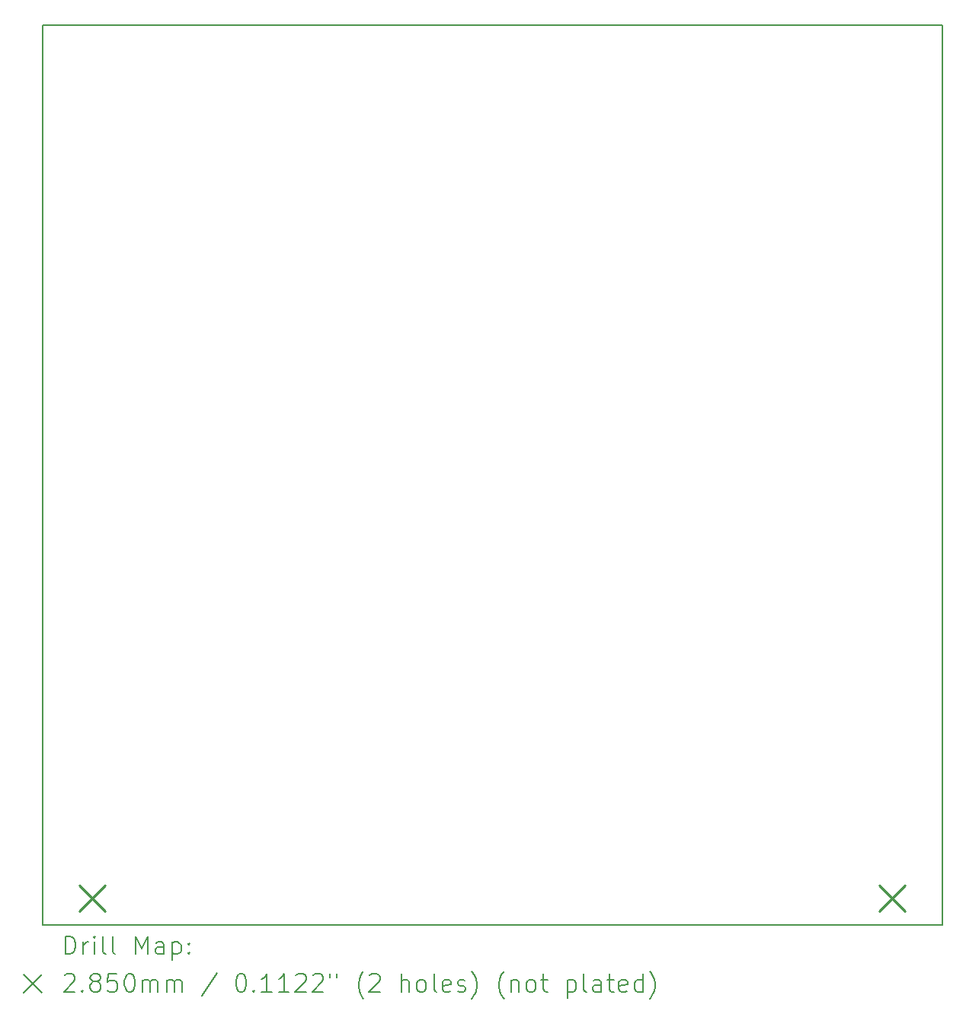
<source format=gbr>
%TF.GenerationSoftware,KiCad,Pcbnew,7.0.5*%
%TF.CreationDate,2024-02-10T13:24:12-07:00*%
%TF.ProjectId,z80_board,7a38305f-626f-4617-9264-2e6b69636164,rev?*%
%TF.SameCoordinates,Original*%
%TF.FileFunction,Drillmap*%
%TF.FilePolarity,Positive*%
%FSLAX45Y45*%
G04 Gerber Fmt 4.5, Leading zero omitted, Abs format (unit mm)*
G04 Created by KiCad (PCBNEW 7.0.5) date 2024-02-10 13:24:12*
%MOMM*%
%LPD*%
G01*
G04 APERTURE LIST*
%ADD10C,0.200000*%
%ADD11C,0.285000*%
G04 APERTURE END LIST*
D10*
X7900000Y-6200000D02*
X17900000Y-6200000D01*
X17900000Y-16200000D01*
X7900000Y-16200000D01*
X7900000Y-6200000D01*
D11*
X8307500Y-15757500D02*
X8592500Y-16042500D01*
X8592500Y-15757500D02*
X8307500Y-16042500D01*
X17197500Y-15757500D02*
X17482500Y-16042500D01*
X17482500Y-15757500D02*
X17197500Y-16042500D01*
D10*
X8150777Y-16521484D02*
X8150777Y-16321484D01*
X8150777Y-16321484D02*
X8198396Y-16321484D01*
X8198396Y-16321484D02*
X8226967Y-16331008D01*
X8226967Y-16331008D02*
X8246015Y-16350055D01*
X8246015Y-16350055D02*
X8255539Y-16369103D01*
X8255539Y-16369103D02*
X8265062Y-16407198D01*
X8265062Y-16407198D02*
X8265062Y-16435769D01*
X8265062Y-16435769D02*
X8255539Y-16473865D01*
X8255539Y-16473865D02*
X8246015Y-16492912D01*
X8246015Y-16492912D02*
X8226967Y-16511960D01*
X8226967Y-16511960D02*
X8198396Y-16521484D01*
X8198396Y-16521484D02*
X8150777Y-16521484D01*
X8350777Y-16521484D02*
X8350777Y-16388150D01*
X8350777Y-16426246D02*
X8360301Y-16407198D01*
X8360301Y-16407198D02*
X8369824Y-16397674D01*
X8369824Y-16397674D02*
X8388872Y-16388150D01*
X8388872Y-16388150D02*
X8407920Y-16388150D01*
X8474586Y-16521484D02*
X8474586Y-16388150D01*
X8474586Y-16321484D02*
X8465063Y-16331008D01*
X8465063Y-16331008D02*
X8474586Y-16340531D01*
X8474586Y-16340531D02*
X8484110Y-16331008D01*
X8484110Y-16331008D02*
X8474586Y-16321484D01*
X8474586Y-16321484D02*
X8474586Y-16340531D01*
X8598396Y-16521484D02*
X8579348Y-16511960D01*
X8579348Y-16511960D02*
X8569824Y-16492912D01*
X8569824Y-16492912D02*
X8569824Y-16321484D01*
X8703158Y-16521484D02*
X8684110Y-16511960D01*
X8684110Y-16511960D02*
X8674586Y-16492912D01*
X8674586Y-16492912D02*
X8674586Y-16321484D01*
X8931729Y-16521484D02*
X8931729Y-16321484D01*
X8931729Y-16321484D02*
X8998396Y-16464341D01*
X8998396Y-16464341D02*
X9065063Y-16321484D01*
X9065063Y-16321484D02*
X9065063Y-16521484D01*
X9246015Y-16521484D02*
X9246015Y-16416722D01*
X9246015Y-16416722D02*
X9236491Y-16397674D01*
X9236491Y-16397674D02*
X9217444Y-16388150D01*
X9217444Y-16388150D02*
X9179348Y-16388150D01*
X9179348Y-16388150D02*
X9160301Y-16397674D01*
X9246015Y-16511960D02*
X9226967Y-16521484D01*
X9226967Y-16521484D02*
X9179348Y-16521484D01*
X9179348Y-16521484D02*
X9160301Y-16511960D01*
X9160301Y-16511960D02*
X9150777Y-16492912D01*
X9150777Y-16492912D02*
X9150777Y-16473865D01*
X9150777Y-16473865D02*
X9160301Y-16454817D01*
X9160301Y-16454817D02*
X9179348Y-16445293D01*
X9179348Y-16445293D02*
X9226967Y-16445293D01*
X9226967Y-16445293D02*
X9246015Y-16435769D01*
X9341253Y-16388150D02*
X9341253Y-16588150D01*
X9341253Y-16397674D02*
X9360301Y-16388150D01*
X9360301Y-16388150D02*
X9398396Y-16388150D01*
X9398396Y-16388150D02*
X9417444Y-16397674D01*
X9417444Y-16397674D02*
X9426967Y-16407198D01*
X9426967Y-16407198D02*
X9436491Y-16426246D01*
X9436491Y-16426246D02*
X9436491Y-16483388D01*
X9436491Y-16483388D02*
X9426967Y-16502436D01*
X9426967Y-16502436D02*
X9417444Y-16511960D01*
X9417444Y-16511960D02*
X9398396Y-16521484D01*
X9398396Y-16521484D02*
X9360301Y-16521484D01*
X9360301Y-16521484D02*
X9341253Y-16511960D01*
X9522205Y-16502436D02*
X9531729Y-16511960D01*
X9531729Y-16511960D02*
X9522205Y-16521484D01*
X9522205Y-16521484D02*
X9512682Y-16511960D01*
X9512682Y-16511960D02*
X9522205Y-16502436D01*
X9522205Y-16502436D02*
X9522205Y-16521484D01*
X9522205Y-16397674D02*
X9531729Y-16407198D01*
X9531729Y-16407198D02*
X9522205Y-16416722D01*
X9522205Y-16416722D02*
X9512682Y-16407198D01*
X9512682Y-16407198D02*
X9522205Y-16397674D01*
X9522205Y-16397674D02*
X9522205Y-16416722D01*
X7690000Y-16750000D02*
X7890000Y-16950000D01*
X7890000Y-16750000D02*
X7690000Y-16950000D01*
X8141253Y-16760531D02*
X8150777Y-16751008D01*
X8150777Y-16751008D02*
X8169824Y-16741484D01*
X8169824Y-16741484D02*
X8217443Y-16741484D01*
X8217443Y-16741484D02*
X8236491Y-16751008D01*
X8236491Y-16751008D02*
X8246015Y-16760531D01*
X8246015Y-16760531D02*
X8255539Y-16779579D01*
X8255539Y-16779579D02*
X8255539Y-16798627D01*
X8255539Y-16798627D02*
X8246015Y-16827198D01*
X8246015Y-16827198D02*
X8131729Y-16941484D01*
X8131729Y-16941484D02*
X8255539Y-16941484D01*
X8341253Y-16922436D02*
X8350777Y-16931960D01*
X8350777Y-16931960D02*
X8341253Y-16941484D01*
X8341253Y-16941484D02*
X8331729Y-16931960D01*
X8331729Y-16931960D02*
X8341253Y-16922436D01*
X8341253Y-16922436D02*
X8341253Y-16941484D01*
X8465063Y-16827198D02*
X8446015Y-16817674D01*
X8446015Y-16817674D02*
X8436491Y-16808150D01*
X8436491Y-16808150D02*
X8426967Y-16789103D01*
X8426967Y-16789103D02*
X8426967Y-16779579D01*
X8426967Y-16779579D02*
X8436491Y-16760531D01*
X8436491Y-16760531D02*
X8446015Y-16751008D01*
X8446015Y-16751008D02*
X8465063Y-16741484D01*
X8465063Y-16741484D02*
X8503158Y-16741484D01*
X8503158Y-16741484D02*
X8522205Y-16751008D01*
X8522205Y-16751008D02*
X8531729Y-16760531D01*
X8531729Y-16760531D02*
X8541253Y-16779579D01*
X8541253Y-16779579D02*
X8541253Y-16789103D01*
X8541253Y-16789103D02*
X8531729Y-16808150D01*
X8531729Y-16808150D02*
X8522205Y-16817674D01*
X8522205Y-16817674D02*
X8503158Y-16827198D01*
X8503158Y-16827198D02*
X8465063Y-16827198D01*
X8465063Y-16827198D02*
X8446015Y-16836722D01*
X8446015Y-16836722D02*
X8436491Y-16846246D01*
X8436491Y-16846246D02*
X8426967Y-16865293D01*
X8426967Y-16865293D02*
X8426967Y-16903389D01*
X8426967Y-16903389D02*
X8436491Y-16922436D01*
X8436491Y-16922436D02*
X8446015Y-16931960D01*
X8446015Y-16931960D02*
X8465063Y-16941484D01*
X8465063Y-16941484D02*
X8503158Y-16941484D01*
X8503158Y-16941484D02*
X8522205Y-16931960D01*
X8522205Y-16931960D02*
X8531729Y-16922436D01*
X8531729Y-16922436D02*
X8541253Y-16903389D01*
X8541253Y-16903389D02*
X8541253Y-16865293D01*
X8541253Y-16865293D02*
X8531729Y-16846246D01*
X8531729Y-16846246D02*
X8522205Y-16836722D01*
X8522205Y-16836722D02*
X8503158Y-16827198D01*
X8722205Y-16741484D02*
X8626967Y-16741484D01*
X8626967Y-16741484D02*
X8617444Y-16836722D01*
X8617444Y-16836722D02*
X8626967Y-16827198D01*
X8626967Y-16827198D02*
X8646015Y-16817674D01*
X8646015Y-16817674D02*
X8693634Y-16817674D01*
X8693634Y-16817674D02*
X8712682Y-16827198D01*
X8712682Y-16827198D02*
X8722205Y-16836722D01*
X8722205Y-16836722D02*
X8731729Y-16855770D01*
X8731729Y-16855770D02*
X8731729Y-16903389D01*
X8731729Y-16903389D02*
X8722205Y-16922436D01*
X8722205Y-16922436D02*
X8712682Y-16931960D01*
X8712682Y-16931960D02*
X8693634Y-16941484D01*
X8693634Y-16941484D02*
X8646015Y-16941484D01*
X8646015Y-16941484D02*
X8626967Y-16931960D01*
X8626967Y-16931960D02*
X8617444Y-16922436D01*
X8855539Y-16741484D02*
X8874586Y-16741484D01*
X8874586Y-16741484D02*
X8893634Y-16751008D01*
X8893634Y-16751008D02*
X8903158Y-16760531D01*
X8903158Y-16760531D02*
X8912682Y-16779579D01*
X8912682Y-16779579D02*
X8922205Y-16817674D01*
X8922205Y-16817674D02*
X8922205Y-16865293D01*
X8922205Y-16865293D02*
X8912682Y-16903389D01*
X8912682Y-16903389D02*
X8903158Y-16922436D01*
X8903158Y-16922436D02*
X8893634Y-16931960D01*
X8893634Y-16931960D02*
X8874586Y-16941484D01*
X8874586Y-16941484D02*
X8855539Y-16941484D01*
X8855539Y-16941484D02*
X8836491Y-16931960D01*
X8836491Y-16931960D02*
X8826967Y-16922436D01*
X8826967Y-16922436D02*
X8817444Y-16903389D01*
X8817444Y-16903389D02*
X8807920Y-16865293D01*
X8807920Y-16865293D02*
X8807920Y-16817674D01*
X8807920Y-16817674D02*
X8817444Y-16779579D01*
X8817444Y-16779579D02*
X8826967Y-16760531D01*
X8826967Y-16760531D02*
X8836491Y-16751008D01*
X8836491Y-16751008D02*
X8855539Y-16741484D01*
X9007920Y-16941484D02*
X9007920Y-16808150D01*
X9007920Y-16827198D02*
X9017444Y-16817674D01*
X9017444Y-16817674D02*
X9036491Y-16808150D01*
X9036491Y-16808150D02*
X9065063Y-16808150D01*
X9065063Y-16808150D02*
X9084110Y-16817674D01*
X9084110Y-16817674D02*
X9093634Y-16836722D01*
X9093634Y-16836722D02*
X9093634Y-16941484D01*
X9093634Y-16836722D02*
X9103158Y-16817674D01*
X9103158Y-16817674D02*
X9122205Y-16808150D01*
X9122205Y-16808150D02*
X9150777Y-16808150D01*
X9150777Y-16808150D02*
X9169825Y-16817674D01*
X9169825Y-16817674D02*
X9179348Y-16836722D01*
X9179348Y-16836722D02*
X9179348Y-16941484D01*
X9274586Y-16941484D02*
X9274586Y-16808150D01*
X9274586Y-16827198D02*
X9284110Y-16817674D01*
X9284110Y-16817674D02*
X9303158Y-16808150D01*
X9303158Y-16808150D02*
X9331729Y-16808150D01*
X9331729Y-16808150D02*
X9350777Y-16817674D01*
X9350777Y-16817674D02*
X9360301Y-16836722D01*
X9360301Y-16836722D02*
X9360301Y-16941484D01*
X9360301Y-16836722D02*
X9369825Y-16817674D01*
X9369825Y-16817674D02*
X9388872Y-16808150D01*
X9388872Y-16808150D02*
X9417444Y-16808150D01*
X9417444Y-16808150D02*
X9436491Y-16817674D01*
X9436491Y-16817674D02*
X9446015Y-16836722D01*
X9446015Y-16836722D02*
X9446015Y-16941484D01*
X9836491Y-16731960D02*
X9665063Y-16989103D01*
X10093634Y-16741484D02*
X10112682Y-16741484D01*
X10112682Y-16741484D02*
X10131729Y-16751008D01*
X10131729Y-16751008D02*
X10141253Y-16760531D01*
X10141253Y-16760531D02*
X10150777Y-16779579D01*
X10150777Y-16779579D02*
X10160301Y-16817674D01*
X10160301Y-16817674D02*
X10160301Y-16865293D01*
X10160301Y-16865293D02*
X10150777Y-16903389D01*
X10150777Y-16903389D02*
X10141253Y-16922436D01*
X10141253Y-16922436D02*
X10131729Y-16931960D01*
X10131729Y-16931960D02*
X10112682Y-16941484D01*
X10112682Y-16941484D02*
X10093634Y-16941484D01*
X10093634Y-16941484D02*
X10074587Y-16931960D01*
X10074587Y-16931960D02*
X10065063Y-16922436D01*
X10065063Y-16922436D02*
X10055539Y-16903389D01*
X10055539Y-16903389D02*
X10046015Y-16865293D01*
X10046015Y-16865293D02*
X10046015Y-16817674D01*
X10046015Y-16817674D02*
X10055539Y-16779579D01*
X10055539Y-16779579D02*
X10065063Y-16760531D01*
X10065063Y-16760531D02*
X10074587Y-16751008D01*
X10074587Y-16751008D02*
X10093634Y-16741484D01*
X10246015Y-16922436D02*
X10255539Y-16931960D01*
X10255539Y-16931960D02*
X10246015Y-16941484D01*
X10246015Y-16941484D02*
X10236491Y-16931960D01*
X10236491Y-16931960D02*
X10246015Y-16922436D01*
X10246015Y-16922436D02*
X10246015Y-16941484D01*
X10446015Y-16941484D02*
X10331729Y-16941484D01*
X10388872Y-16941484D02*
X10388872Y-16741484D01*
X10388872Y-16741484D02*
X10369825Y-16770055D01*
X10369825Y-16770055D02*
X10350777Y-16789103D01*
X10350777Y-16789103D02*
X10331729Y-16798627D01*
X10636491Y-16941484D02*
X10522206Y-16941484D01*
X10579348Y-16941484D02*
X10579348Y-16741484D01*
X10579348Y-16741484D02*
X10560301Y-16770055D01*
X10560301Y-16770055D02*
X10541253Y-16789103D01*
X10541253Y-16789103D02*
X10522206Y-16798627D01*
X10712682Y-16760531D02*
X10722206Y-16751008D01*
X10722206Y-16751008D02*
X10741253Y-16741484D01*
X10741253Y-16741484D02*
X10788872Y-16741484D01*
X10788872Y-16741484D02*
X10807920Y-16751008D01*
X10807920Y-16751008D02*
X10817444Y-16760531D01*
X10817444Y-16760531D02*
X10826968Y-16779579D01*
X10826968Y-16779579D02*
X10826968Y-16798627D01*
X10826968Y-16798627D02*
X10817444Y-16827198D01*
X10817444Y-16827198D02*
X10703158Y-16941484D01*
X10703158Y-16941484D02*
X10826968Y-16941484D01*
X10903158Y-16760531D02*
X10912682Y-16751008D01*
X10912682Y-16751008D02*
X10931729Y-16741484D01*
X10931729Y-16741484D02*
X10979349Y-16741484D01*
X10979349Y-16741484D02*
X10998396Y-16751008D01*
X10998396Y-16751008D02*
X11007920Y-16760531D01*
X11007920Y-16760531D02*
X11017444Y-16779579D01*
X11017444Y-16779579D02*
X11017444Y-16798627D01*
X11017444Y-16798627D02*
X11007920Y-16827198D01*
X11007920Y-16827198D02*
X10893634Y-16941484D01*
X10893634Y-16941484D02*
X11017444Y-16941484D01*
X11093634Y-16741484D02*
X11093634Y-16779579D01*
X11169825Y-16741484D02*
X11169825Y-16779579D01*
X11465063Y-17017674D02*
X11455539Y-17008150D01*
X11455539Y-17008150D02*
X11436491Y-16979579D01*
X11436491Y-16979579D02*
X11426968Y-16960531D01*
X11426968Y-16960531D02*
X11417444Y-16931960D01*
X11417444Y-16931960D02*
X11407920Y-16884341D01*
X11407920Y-16884341D02*
X11407920Y-16846246D01*
X11407920Y-16846246D02*
X11417444Y-16798627D01*
X11417444Y-16798627D02*
X11426968Y-16770055D01*
X11426968Y-16770055D02*
X11436491Y-16751008D01*
X11436491Y-16751008D02*
X11455539Y-16722436D01*
X11455539Y-16722436D02*
X11465063Y-16712912D01*
X11531729Y-16760531D02*
X11541253Y-16751008D01*
X11541253Y-16751008D02*
X11560301Y-16741484D01*
X11560301Y-16741484D02*
X11607920Y-16741484D01*
X11607920Y-16741484D02*
X11626968Y-16751008D01*
X11626968Y-16751008D02*
X11636491Y-16760531D01*
X11636491Y-16760531D02*
X11646015Y-16779579D01*
X11646015Y-16779579D02*
X11646015Y-16798627D01*
X11646015Y-16798627D02*
X11636491Y-16827198D01*
X11636491Y-16827198D02*
X11522206Y-16941484D01*
X11522206Y-16941484D02*
X11646015Y-16941484D01*
X11884110Y-16941484D02*
X11884110Y-16741484D01*
X11969825Y-16941484D02*
X11969825Y-16836722D01*
X11969825Y-16836722D02*
X11960301Y-16817674D01*
X11960301Y-16817674D02*
X11941253Y-16808150D01*
X11941253Y-16808150D02*
X11912682Y-16808150D01*
X11912682Y-16808150D02*
X11893634Y-16817674D01*
X11893634Y-16817674D02*
X11884110Y-16827198D01*
X12093634Y-16941484D02*
X12074587Y-16931960D01*
X12074587Y-16931960D02*
X12065063Y-16922436D01*
X12065063Y-16922436D02*
X12055539Y-16903389D01*
X12055539Y-16903389D02*
X12055539Y-16846246D01*
X12055539Y-16846246D02*
X12065063Y-16827198D01*
X12065063Y-16827198D02*
X12074587Y-16817674D01*
X12074587Y-16817674D02*
X12093634Y-16808150D01*
X12093634Y-16808150D02*
X12122206Y-16808150D01*
X12122206Y-16808150D02*
X12141253Y-16817674D01*
X12141253Y-16817674D02*
X12150777Y-16827198D01*
X12150777Y-16827198D02*
X12160301Y-16846246D01*
X12160301Y-16846246D02*
X12160301Y-16903389D01*
X12160301Y-16903389D02*
X12150777Y-16922436D01*
X12150777Y-16922436D02*
X12141253Y-16931960D01*
X12141253Y-16931960D02*
X12122206Y-16941484D01*
X12122206Y-16941484D02*
X12093634Y-16941484D01*
X12274587Y-16941484D02*
X12255539Y-16931960D01*
X12255539Y-16931960D02*
X12246015Y-16912912D01*
X12246015Y-16912912D02*
X12246015Y-16741484D01*
X12426968Y-16931960D02*
X12407920Y-16941484D01*
X12407920Y-16941484D02*
X12369825Y-16941484D01*
X12369825Y-16941484D02*
X12350777Y-16931960D01*
X12350777Y-16931960D02*
X12341253Y-16912912D01*
X12341253Y-16912912D02*
X12341253Y-16836722D01*
X12341253Y-16836722D02*
X12350777Y-16817674D01*
X12350777Y-16817674D02*
X12369825Y-16808150D01*
X12369825Y-16808150D02*
X12407920Y-16808150D01*
X12407920Y-16808150D02*
X12426968Y-16817674D01*
X12426968Y-16817674D02*
X12436491Y-16836722D01*
X12436491Y-16836722D02*
X12436491Y-16855770D01*
X12436491Y-16855770D02*
X12341253Y-16874817D01*
X12512682Y-16931960D02*
X12531730Y-16941484D01*
X12531730Y-16941484D02*
X12569825Y-16941484D01*
X12569825Y-16941484D02*
X12588872Y-16931960D01*
X12588872Y-16931960D02*
X12598396Y-16912912D01*
X12598396Y-16912912D02*
X12598396Y-16903389D01*
X12598396Y-16903389D02*
X12588872Y-16884341D01*
X12588872Y-16884341D02*
X12569825Y-16874817D01*
X12569825Y-16874817D02*
X12541253Y-16874817D01*
X12541253Y-16874817D02*
X12522206Y-16865293D01*
X12522206Y-16865293D02*
X12512682Y-16846246D01*
X12512682Y-16846246D02*
X12512682Y-16836722D01*
X12512682Y-16836722D02*
X12522206Y-16817674D01*
X12522206Y-16817674D02*
X12541253Y-16808150D01*
X12541253Y-16808150D02*
X12569825Y-16808150D01*
X12569825Y-16808150D02*
X12588872Y-16817674D01*
X12665063Y-17017674D02*
X12674587Y-17008150D01*
X12674587Y-17008150D02*
X12693634Y-16979579D01*
X12693634Y-16979579D02*
X12703158Y-16960531D01*
X12703158Y-16960531D02*
X12712682Y-16931960D01*
X12712682Y-16931960D02*
X12722206Y-16884341D01*
X12722206Y-16884341D02*
X12722206Y-16846246D01*
X12722206Y-16846246D02*
X12712682Y-16798627D01*
X12712682Y-16798627D02*
X12703158Y-16770055D01*
X12703158Y-16770055D02*
X12693634Y-16751008D01*
X12693634Y-16751008D02*
X12674587Y-16722436D01*
X12674587Y-16722436D02*
X12665063Y-16712912D01*
X13026968Y-17017674D02*
X13017444Y-17008150D01*
X13017444Y-17008150D02*
X12998396Y-16979579D01*
X12998396Y-16979579D02*
X12988872Y-16960531D01*
X12988872Y-16960531D02*
X12979349Y-16931960D01*
X12979349Y-16931960D02*
X12969825Y-16884341D01*
X12969825Y-16884341D02*
X12969825Y-16846246D01*
X12969825Y-16846246D02*
X12979349Y-16798627D01*
X12979349Y-16798627D02*
X12988872Y-16770055D01*
X12988872Y-16770055D02*
X12998396Y-16751008D01*
X12998396Y-16751008D02*
X13017444Y-16722436D01*
X13017444Y-16722436D02*
X13026968Y-16712912D01*
X13103158Y-16808150D02*
X13103158Y-16941484D01*
X13103158Y-16827198D02*
X13112682Y-16817674D01*
X13112682Y-16817674D02*
X13131730Y-16808150D01*
X13131730Y-16808150D02*
X13160301Y-16808150D01*
X13160301Y-16808150D02*
X13179349Y-16817674D01*
X13179349Y-16817674D02*
X13188872Y-16836722D01*
X13188872Y-16836722D02*
X13188872Y-16941484D01*
X13312682Y-16941484D02*
X13293634Y-16931960D01*
X13293634Y-16931960D02*
X13284111Y-16922436D01*
X13284111Y-16922436D02*
X13274587Y-16903389D01*
X13274587Y-16903389D02*
X13274587Y-16846246D01*
X13274587Y-16846246D02*
X13284111Y-16827198D01*
X13284111Y-16827198D02*
X13293634Y-16817674D01*
X13293634Y-16817674D02*
X13312682Y-16808150D01*
X13312682Y-16808150D02*
X13341253Y-16808150D01*
X13341253Y-16808150D02*
X13360301Y-16817674D01*
X13360301Y-16817674D02*
X13369825Y-16827198D01*
X13369825Y-16827198D02*
X13379349Y-16846246D01*
X13379349Y-16846246D02*
X13379349Y-16903389D01*
X13379349Y-16903389D02*
X13369825Y-16922436D01*
X13369825Y-16922436D02*
X13360301Y-16931960D01*
X13360301Y-16931960D02*
X13341253Y-16941484D01*
X13341253Y-16941484D02*
X13312682Y-16941484D01*
X13436492Y-16808150D02*
X13512682Y-16808150D01*
X13465063Y-16741484D02*
X13465063Y-16912912D01*
X13465063Y-16912912D02*
X13474587Y-16931960D01*
X13474587Y-16931960D02*
X13493634Y-16941484D01*
X13493634Y-16941484D02*
X13512682Y-16941484D01*
X13731730Y-16808150D02*
X13731730Y-17008150D01*
X13731730Y-16817674D02*
X13750777Y-16808150D01*
X13750777Y-16808150D02*
X13788873Y-16808150D01*
X13788873Y-16808150D02*
X13807920Y-16817674D01*
X13807920Y-16817674D02*
X13817444Y-16827198D01*
X13817444Y-16827198D02*
X13826968Y-16846246D01*
X13826968Y-16846246D02*
X13826968Y-16903389D01*
X13826968Y-16903389D02*
X13817444Y-16922436D01*
X13817444Y-16922436D02*
X13807920Y-16931960D01*
X13807920Y-16931960D02*
X13788873Y-16941484D01*
X13788873Y-16941484D02*
X13750777Y-16941484D01*
X13750777Y-16941484D02*
X13731730Y-16931960D01*
X13941253Y-16941484D02*
X13922206Y-16931960D01*
X13922206Y-16931960D02*
X13912682Y-16912912D01*
X13912682Y-16912912D02*
X13912682Y-16741484D01*
X14103158Y-16941484D02*
X14103158Y-16836722D01*
X14103158Y-16836722D02*
X14093634Y-16817674D01*
X14093634Y-16817674D02*
X14074587Y-16808150D01*
X14074587Y-16808150D02*
X14036492Y-16808150D01*
X14036492Y-16808150D02*
X14017444Y-16817674D01*
X14103158Y-16931960D02*
X14084111Y-16941484D01*
X14084111Y-16941484D02*
X14036492Y-16941484D01*
X14036492Y-16941484D02*
X14017444Y-16931960D01*
X14017444Y-16931960D02*
X14007920Y-16912912D01*
X14007920Y-16912912D02*
X14007920Y-16893865D01*
X14007920Y-16893865D02*
X14017444Y-16874817D01*
X14017444Y-16874817D02*
X14036492Y-16865293D01*
X14036492Y-16865293D02*
X14084111Y-16865293D01*
X14084111Y-16865293D02*
X14103158Y-16855770D01*
X14169825Y-16808150D02*
X14246015Y-16808150D01*
X14198396Y-16741484D02*
X14198396Y-16912912D01*
X14198396Y-16912912D02*
X14207920Y-16931960D01*
X14207920Y-16931960D02*
X14226968Y-16941484D01*
X14226968Y-16941484D02*
X14246015Y-16941484D01*
X14388873Y-16931960D02*
X14369825Y-16941484D01*
X14369825Y-16941484D02*
X14331730Y-16941484D01*
X14331730Y-16941484D02*
X14312682Y-16931960D01*
X14312682Y-16931960D02*
X14303158Y-16912912D01*
X14303158Y-16912912D02*
X14303158Y-16836722D01*
X14303158Y-16836722D02*
X14312682Y-16817674D01*
X14312682Y-16817674D02*
X14331730Y-16808150D01*
X14331730Y-16808150D02*
X14369825Y-16808150D01*
X14369825Y-16808150D02*
X14388873Y-16817674D01*
X14388873Y-16817674D02*
X14398396Y-16836722D01*
X14398396Y-16836722D02*
X14398396Y-16855770D01*
X14398396Y-16855770D02*
X14303158Y-16874817D01*
X14569825Y-16941484D02*
X14569825Y-16741484D01*
X14569825Y-16931960D02*
X14550777Y-16941484D01*
X14550777Y-16941484D02*
X14512682Y-16941484D01*
X14512682Y-16941484D02*
X14493634Y-16931960D01*
X14493634Y-16931960D02*
X14484111Y-16922436D01*
X14484111Y-16922436D02*
X14474587Y-16903389D01*
X14474587Y-16903389D02*
X14474587Y-16846246D01*
X14474587Y-16846246D02*
X14484111Y-16827198D01*
X14484111Y-16827198D02*
X14493634Y-16817674D01*
X14493634Y-16817674D02*
X14512682Y-16808150D01*
X14512682Y-16808150D02*
X14550777Y-16808150D01*
X14550777Y-16808150D02*
X14569825Y-16817674D01*
X14646015Y-17017674D02*
X14655539Y-17008150D01*
X14655539Y-17008150D02*
X14674587Y-16979579D01*
X14674587Y-16979579D02*
X14684111Y-16960531D01*
X14684111Y-16960531D02*
X14693634Y-16931960D01*
X14693634Y-16931960D02*
X14703158Y-16884341D01*
X14703158Y-16884341D02*
X14703158Y-16846246D01*
X14703158Y-16846246D02*
X14693634Y-16798627D01*
X14693634Y-16798627D02*
X14684111Y-16770055D01*
X14684111Y-16770055D02*
X14674587Y-16751008D01*
X14674587Y-16751008D02*
X14655539Y-16722436D01*
X14655539Y-16722436D02*
X14646015Y-16712912D01*
M02*

</source>
